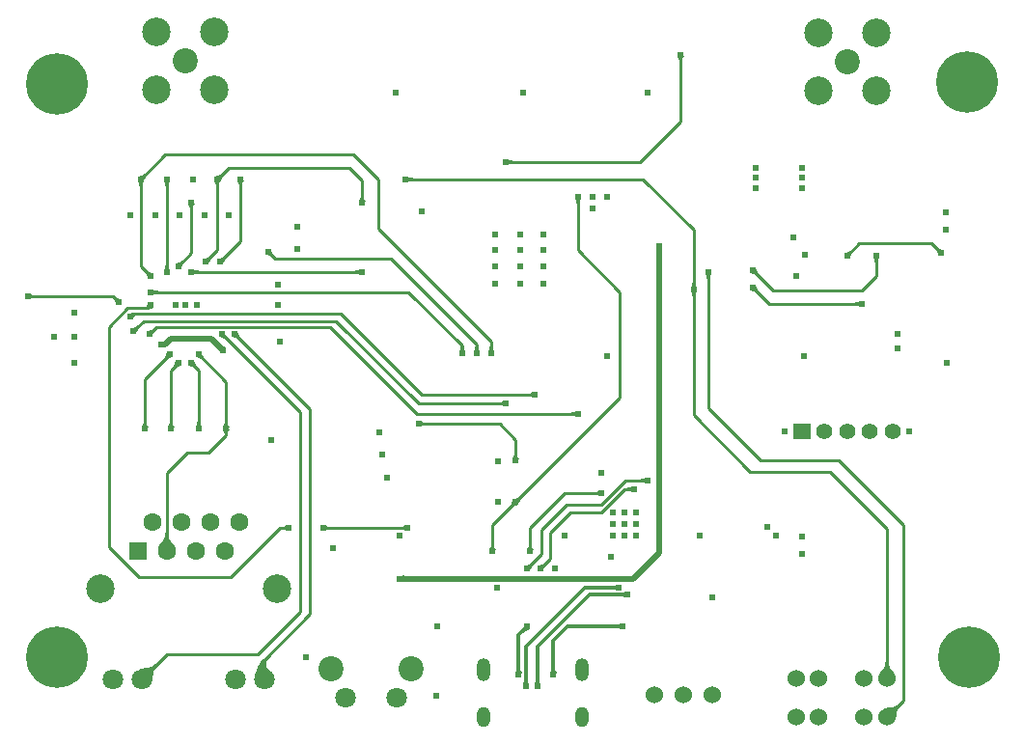
<source format=gbl>
G04 Layer: BottomLayer*
G04 EasyEDA v6.5.23, 2023-05-28 22:20:17*
G04 a98212a221284062af17828272900665,7a5a352eff0f4c5696d858f44224924f,10*
G04 Gerber Generator version 0.2*
G04 Scale: 100 percent, Rotated: No, Reflected: No *
G04 Dimensions in millimeters *
G04 leading zeros omitted , absolute positions ,4 integer and 5 decimal *
%FSLAX45Y45*%
%MOMM*%

%ADD10C,0.2540*%
%ADD11C,0.5500*%
%ADD12C,0.3000*%
%ADD13C,0.5000*%
%ADD14C,5.4000*%
%ADD15C,0.6000*%
%ADD16C,1.4000*%
%ADD17R,1.5240X1.4000*%
%ADD18O,1.1999976X1.7999964*%
%ADD19O,1.1999976X1.9999959999999999*%
%ADD20R,1.6000X1.6000*%
%ADD21C,1.6000*%
%ADD22C,1.8000*%
%ADD23C,2.5000*%
%ADD24C,2.2000*%
%ADD25C,1.5240*%
%ADD26C,0.6096*%
%ADD27C,0.0105*%

%LPD*%
G36*
X2478379Y2189937D02*
G01*
X2460904Y2174341D01*
X2445004Y2163775D01*
X2430018Y2157120D01*
X2415540Y2153259D01*
X2400909Y2151176D01*
X2385669Y2149754D01*
X2369261Y2147925D01*
X2351074Y2144623D01*
X2330602Y2138730D01*
X2328265Y2021890D01*
X2445105Y2024075D01*
X2450998Y2044547D01*
X2454351Y2062683D01*
X2456180Y2079142D01*
X2457602Y2094382D01*
X2459685Y2109012D01*
X2463546Y2123541D01*
X2470200Y2138527D01*
X2480818Y2154478D01*
X2496362Y2171954D01*
G37*
G36*
X3049930Y5090769D02*
G01*
X3050692Y5051196D01*
X3071317Y5044490D01*
X3075584Y5042662D01*
X3079902Y5040274D01*
X3084372Y5037175D01*
X3089300Y5033162D01*
X3094837Y5027930D01*
X3112770Y5045862D01*
X3107588Y5051399D01*
X3103524Y5056327D01*
X3100425Y5060797D01*
X3098038Y5065115D01*
X3096209Y5069382D01*
X3089503Y5090007D01*
G37*
G36*
X2449169Y5344769D02*
G01*
X2409596Y5344007D01*
X2405583Y5332679D01*
X2404008Y5329478D01*
X2402027Y5326735D01*
X2399588Y5324449D01*
X2396540Y5322773D01*
X2392680Y5321655D01*
X2387955Y5321300D01*
X2387955Y5295900D01*
X2405176Y5296103D01*
X2411882Y5296458D01*
X2417876Y5297068D01*
X2423414Y5297881D01*
X2428900Y5299100D01*
X2441041Y5302707D01*
X2448407Y5305196D01*
G37*
G36*
X3631590Y3405632D02*
G01*
X3612286Y3395776D01*
X3607968Y3394100D01*
X3603244Y3392728D01*
X3597859Y3391712D01*
X3591560Y3391103D01*
X3583940Y3390900D01*
X3583940Y3365500D01*
X3591560Y3365296D01*
X3597859Y3364687D01*
X3603244Y3363671D01*
X3607968Y3362299D01*
X3612286Y3360623D01*
X3631590Y3350768D01*
X3660140Y3378200D01*
G37*
G36*
X4672990Y3405632D02*
G01*
X4653686Y3395776D01*
X4649368Y3394100D01*
X4644644Y3392728D01*
X4639259Y3391712D01*
X4632960Y3391103D01*
X4625340Y3390900D01*
X4625340Y3365500D01*
X4632960Y3365296D01*
X4639259Y3364687D01*
X4644644Y3363671D01*
X4649368Y3362299D01*
X4653686Y3360623D01*
X4672990Y3350768D01*
X4701540Y3378200D01*
G37*
G36*
X3963009Y3405632D02*
G01*
X3934460Y3378200D01*
X3963009Y3350768D01*
X3982313Y3360623D01*
X3986631Y3362299D01*
X3991356Y3363671D01*
X3996740Y3364687D01*
X4003040Y3365296D01*
X4010660Y3365500D01*
X4010660Y3390900D01*
X4003040Y3391103D01*
X3996740Y3391712D01*
X3991356Y3392728D01*
X3986631Y3394100D01*
X3982313Y3395776D01*
G37*
G36*
X3428542Y2239975D02*
G01*
X3411372Y2221585D01*
X3398570Y2205278D01*
X3389122Y2190394D01*
X3382111Y2176221D01*
X3376574Y2162098D01*
X3366109Y2131364D01*
X3359251Y2113432D01*
X3350056Y2092858D01*
X3431133Y2008682D01*
X3512058Y2093010D01*
X3500780Y2110892D01*
X3486658Y2126589D01*
X3471265Y2140661D01*
X3456381Y2153615D01*
X3443579Y2166112D01*
X3434537Y2178608D01*
X3430930Y2191715D01*
X3434334Y2206040D01*
X3446475Y2222042D01*
G37*
G36*
X3164230Y5090769D02*
G01*
X3164992Y5051196D01*
X3185617Y5044490D01*
X3189884Y5042662D01*
X3194202Y5040274D01*
X3198672Y5037175D01*
X3203600Y5033162D01*
X3209137Y5027930D01*
X3227070Y5045862D01*
X3221888Y5051399D01*
X3217824Y5056327D01*
X3214725Y5060797D01*
X3212338Y5065115D01*
X3210509Y5069382D01*
X3203803Y5090007D01*
G37*
G36*
X5422900Y3235960D02*
G01*
X5422696Y3228390D01*
X5422087Y3222040D01*
X5421071Y3216656D01*
X5419699Y3211931D01*
X5418023Y3207613D01*
X5408168Y3188309D01*
X5435600Y3159760D01*
X5463032Y3188309D01*
X5453176Y3207613D01*
X5451500Y3211931D01*
X5450128Y3216656D01*
X5449112Y3222040D01*
X5448503Y3228390D01*
X5448300Y3235960D01*
G37*
G36*
X5649569Y3617569D02*
G01*
X5609996Y3616807D01*
X5603290Y3596182D01*
X5601462Y3591915D01*
X5599074Y3587597D01*
X5595975Y3583127D01*
X5591911Y3578199D01*
X5586730Y3572662D01*
X5604662Y3554729D01*
X5610199Y3559962D01*
X5615127Y3563975D01*
X5619597Y3567074D01*
X5623915Y3569462D01*
X5628182Y3571290D01*
X5648807Y3577996D01*
G37*
G36*
X5672937Y3658870D02*
G01*
X5667400Y3653637D01*
X5662472Y3649624D01*
X5658002Y3646525D01*
X5653684Y3644137D01*
X5649417Y3642309D01*
X5628792Y3635603D01*
X5628030Y3596030D01*
X5667603Y3596792D01*
X5674309Y3617417D01*
X5676138Y3621684D01*
X5678525Y3626002D01*
X5681624Y3630472D01*
X5685688Y3635400D01*
X5690870Y3640937D01*
G37*
G36*
X6184900Y6301740D02*
G01*
X6157468Y6273190D01*
X6167323Y6253886D01*
X6168999Y6249568D01*
X6170371Y6244844D01*
X6171387Y6239459D01*
X6171996Y6233109D01*
X6172200Y6225540D01*
X6197600Y6225540D01*
X6197803Y6233109D01*
X6198412Y6239459D01*
X6199428Y6244844D01*
X6200800Y6249568D01*
X6202476Y6253886D01*
X6212332Y6273190D01*
G37*
G36*
X2565400Y5687060D02*
G01*
X2565196Y5679490D01*
X2564587Y5673140D01*
X2563571Y5667756D01*
X2562199Y5663031D01*
X2560523Y5658713D01*
X2550668Y5639409D01*
X2578100Y5610860D01*
X2605532Y5639409D01*
X2595676Y5658713D01*
X2594000Y5663031D01*
X2592628Y5667756D01*
X2591612Y5673140D01*
X2591003Y5679490D01*
X2590800Y5687060D01*
G37*
G36*
X2578100Y6454140D02*
G01*
X2550668Y6425590D01*
X2560523Y6406286D01*
X2562199Y6401968D01*
X2563571Y6397244D01*
X2564587Y6391859D01*
X2565196Y6385509D01*
X2565400Y6377940D01*
X2590800Y6377940D01*
X2591003Y6385509D01*
X2591612Y6391859D01*
X2592628Y6397244D01*
X2594000Y6401968D01*
X2595676Y6406286D01*
X2605532Y6425590D01*
G37*
G36*
X2311044Y5270500D02*
G01*
X2293823Y5270296D01*
X2287117Y5269941D01*
X2281123Y5269331D01*
X2275586Y5268518D01*
X2270099Y5267299D01*
X2257958Y5263692D01*
X2250592Y5261203D01*
X2249830Y5221630D01*
X2289403Y5222392D01*
X2293416Y5233720D01*
X2294991Y5236921D01*
X2296972Y5239664D01*
X2299411Y5241950D01*
X2302459Y5243626D01*
X2306320Y5244744D01*
X2311044Y5245100D01*
G37*
G36*
X5790590Y4574032D02*
G01*
X5771286Y4564176D01*
X5766968Y4562500D01*
X5762244Y4561128D01*
X5756859Y4560112D01*
X5750560Y4559503D01*
X5742940Y4559300D01*
X5742940Y4533900D01*
X5750560Y4533696D01*
X5756859Y4533087D01*
X5762244Y4532071D01*
X5766968Y4530699D01*
X5771286Y4529023D01*
X5790590Y4519168D01*
X5819140Y4546600D01*
G37*
G36*
X2320137Y5157470D02*
G01*
X2314600Y5152237D01*
X2309672Y5148224D01*
X2305202Y5145125D01*
X2300884Y5142738D01*
X2296617Y5140909D01*
X2275992Y5134203D01*
X2275230Y5094630D01*
X2314803Y5095392D01*
X2321509Y5116017D01*
X2323338Y5120284D01*
X2325725Y5124602D01*
X2328824Y5129072D01*
X2332888Y5134000D01*
X2338070Y5139537D01*
G37*
G36*
X5536590Y4497832D02*
G01*
X5517286Y4487976D01*
X5512968Y4486300D01*
X5508244Y4484928D01*
X5502859Y4483912D01*
X5496560Y4483303D01*
X5488940Y4483100D01*
X5488940Y4457700D01*
X5496560Y4457496D01*
X5502859Y4456887D01*
X5508244Y4455871D01*
X5512968Y4454499D01*
X5517286Y4452823D01*
X5536590Y4442968D01*
X5565140Y4470400D01*
G37*
G36*
X2451709Y5475732D02*
G01*
X2423160Y5448300D01*
X2451709Y5420868D01*
X2471013Y5430723D01*
X2475331Y5432399D01*
X2480056Y5433771D01*
X2485440Y5434787D01*
X2491740Y5435396D01*
X2499360Y5435600D01*
X2499360Y5461000D01*
X2491740Y5461203D01*
X2485440Y5461812D01*
X2480056Y5462828D01*
X2475331Y5464200D01*
X2471013Y5465876D01*
G37*
G36*
X5156200Y4975860D02*
G01*
X5155996Y4968290D01*
X5155387Y4961940D01*
X5154371Y4956556D01*
X5152999Y4951831D01*
X5151323Y4947513D01*
X5141468Y4928209D01*
X5168900Y4899660D01*
X5196332Y4928209D01*
X5186476Y4947513D01*
X5184800Y4951831D01*
X5183428Y4956556D01*
X5182412Y4961940D01*
X5181803Y4968290D01*
X5181600Y4975860D01*
G37*
G36*
X5283200Y4975860D02*
G01*
X5282996Y4968290D01*
X5282387Y4961940D01*
X5281371Y4956556D01*
X5279999Y4951831D01*
X5278323Y4947513D01*
X5268468Y4928209D01*
X5295900Y4899660D01*
X5323332Y4928209D01*
X5313476Y4947513D01*
X5311800Y4951831D01*
X5310428Y4956556D01*
X5309412Y4961940D01*
X5308803Y4968290D01*
X5308600Y4975860D01*
G37*
G36*
X3456330Y5814669D02*
G01*
X3457092Y5775096D01*
X3477717Y5768390D01*
X3481984Y5766562D01*
X3486302Y5764174D01*
X3490772Y5761075D01*
X3495700Y5757062D01*
X3501237Y5751830D01*
X3519170Y5769762D01*
X3513988Y5775299D01*
X3509924Y5780227D01*
X3506825Y5784697D01*
X3504437Y5789015D01*
X3502609Y5793282D01*
X3495903Y5813907D01*
G37*
G36*
X2404262Y5640070D02*
G01*
X2386330Y5622137D01*
X2391511Y5616600D01*
X2395575Y5611672D01*
X2398674Y5607202D01*
X2401062Y5602884D01*
X2402890Y5598617D01*
X2409596Y5577992D01*
X2449169Y5577230D01*
X2448407Y5616803D01*
X2427782Y5623509D01*
X2423515Y5625338D01*
X2419197Y5627725D01*
X2414727Y5630824D01*
X2409799Y5634837D01*
G37*
G36*
X2383637Y6490970D02*
G01*
X2378100Y6485737D01*
X2373172Y6481724D01*
X2368702Y6478625D01*
X2364384Y6476238D01*
X2360117Y6474409D01*
X2339492Y6467703D01*
X2338730Y6428130D01*
X2378303Y6428892D01*
X2385009Y6449517D01*
X2386838Y6453784D01*
X2389225Y6458102D01*
X2392324Y6462572D01*
X2396388Y6467500D01*
X2401570Y6473037D01*
G37*
G36*
X2349500Y6454140D02*
G01*
X2322068Y6425590D01*
X2331923Y6406286D01*
X2333599Y6401968D01*
X2334971Y6397244D01*
X2335987Y6391859D01*
X2336596Y6385509D01*
X2336800Y6377940D01*
X2362200Y6377940D01*
X2362403Y6385509D01*
X2363012Y6391859D01*
X2364028Y6397244D01*
X2365400Y6401968D01*
X2367076Y6406286D01*
X2376932Y6425590D01*
G37*
G36*
X5410200Y4975860D02*
G01*
X5409996Y4968290D01*
X5409387Y4961940D01*
X5408371Y4956556D01*
X5406999Y4951831D01*
X5405323Y4947513D01*
X5395468Y4928209D01*
X5422900Y4899660D01*
X5450332Y4928209D01*
X5440476Y4947513D01*
X5438800Y4951831D01*
X5437428Y4956556D01*
X5436412Y4961940D01*
X5435803Y4968290D01*
X5435600Y4975860D01*
G37*
G36*
X4647895Y2961284D02*
G01*
X4636109Y2961132D01*
X4607560Y2933700D01*
X4636109Y2906268D01*
X4647895Y2906115D01*
X4683760Y2906217D01*
X4683760Y2961182D01*
G37*
G36*
X6896100Y3355340D02*
G01*
X6868668Y3326790D01*
X6868515Y3315004D01*
X6868617Y3279140D01*
X6923582Y3279140D01*
X6923684Y3315004D01*
X6923531Y3326790D01*
G37*
G36*
X6868617Y3401060D02*
G01*
X6868515Y3365195D01*
X6868668Y3353409D01*
X6896100Y3324860D01*
X6923531Y3353409D01*
X6923684Y3365195D01*
X6923582Y3401060D01*
G37*
G36*
X6896100Y5869940D02*
G01*
X6868668Y5841390D01*
X6868515Y5829604D01*
X6868617Y5793740D01*
X6923582Y5793740D01*
X6923684Y5829604D01*
X6923531Y5841390D01*
G37*
G36*
X6781190Y3824732D02*
G01*
X6761886Y3814876D01*
X6757568Y3813200D01*
X6752844Y3811828D01*
X6747459Y3810812D01*
X6741159Y3810203D01*
X6733540Y3810000D01*
X6733540Y3784600D01*
X6741159Y3784396D01*
X6747459Y3783787D01*
X6752844Y3782771D01*
X6757568Y3781399D01*
X6761886Y3779723D01*
X6781190Y3769868D01*
X6809740Y3797300D01*
G37*
G36*
X5774537Y3074670D02*
G01*
X5769000Y3069437D01*
X5764072Y3065424D01*
X5759602Y3062325D01*
X5755284Y3059938D01*
X5751017Y3058109D01*
X5730392Y3051403D01*
X5729630Y3011830D01*
X5769203Y3012592D01*
X5775909Y3033217D01*
X5777738Y3037484D01*
X5780125Y3041802D01*
X5783224Y3046272D01*
X5787288Y3051200D01*
X5792470Y3056737D01*
G37*
G36*
X6374790Y3710432D02*
G01*
X6355486Y3700576D01*
X6351168Y3698900D01*
X6346444Y3697528D01*
X6341059Y3696512D01*
X6334760Y3695903D01*
X6327140Y3695700D01*
X6327140Y3670300D01*
X6334760Y3670096D01*
X6341059Y3669487D01*
X6346444Y3668471D01*
X6351168Y3667099D01*
X6355486Y3665423D01*
X6374790Y3655568D01*
X6403340Y3683000D01*
G37*
G36*
X5753100Y3235960D02*
G01*
X5752896Y3228390D01*
X5752287Y3222040D01*
X5751271Y3216656D01*
X5749899Y3211931D01*
X5748223Y3207613D01*
X5738368Y3188309D01*
X5765800Y3159760D01*
X5793232Y3188309D01*
X5783376Y3207613D01*
X5781700Y3211931D01*
X5780328Y3216656D01*
X5779312Y3222040D01*
X5778703Y3228390D01*
X5778500Y3235960D01*
G37*
G36*
X2807309Y5653532D02*
G01*
X2778760Y5626100D01*
X2807309Y5598668D01*
X2826613Y5608523D01*
X2830931Y5610199D01*
X2835656Y5611571D01*
X2841040Y5612587D01*
X2847340Y5613196D01*
X2854960Y5613400D01*
X2854960Y5638800D01*
X2847340Y5639003D01*
X2841040Y5639612D01*
X2835656Y5640628D01*
X2830931Y5642000D01*
X2826613Y5643676D01*
G37*
G36*
X4279290Y5653532D02*
G01*
X4259986Y5643676D01*
X4255668Y5642000D01*
X4250944Y5640628D01*
X4245559Y5639612D01*
X4239260Y5639003D01*
X4231640Y5638800D01*
X4231640Y5613400D01*
X4239260Y5613196D01*
X4245559Y5612587D01*
X4250944Y5611571D01*
X4255668Y5610199D01*
X4259986Y5608523D01*
X4279290Y5598668D01*
X4307840Y5626100D01*
G37*
G36*
X8883650Y2214727D02*
G01*
X8882583Y2195017D01*
X8879484Y2179116D01*
X8874760Y2166162D01*
X8868664Y2155088D01*
X8861450Y2145030D01*
X8844991Y2124049D01*
X8836304Y2111197D01*
X8827719Y2095550D01*
X8896299Y2024227D01*
X8964879Y2095449D01*
X8956344Y2111146D01*
X8947658Y2123948D01*
X8931249Y2144979D01*
X8924036Y2155037D01*
X8917940Y2166112D01*
X8913215Y2179116D01*
X8910116Y2194966D01*
X8909050Y2214727D01*
G37*
G36*
X4686909Y6466332D02*
G01*
X4658360Y6438900D01*
X4686909Y6411468D01*
X4706213Y6421323D01*
X4710531Y6422999D01*
X4715256Y6424371D01*
X4720640Y6425387D01*
X4726940Y6425996D01*
X4734560Y6426200D01*
X4734560Y6451600D01*
X4726940Y6451803D01*
X4720640Y6452412D01*
X4715256Y6453428D01*
X4710531Y6454800D01*
X4706213Y6456476D01*
G37*
G36*
X7188200Y5534660D02*
G01*
X7187996Y5527090D01*
X7187387Y5520740D01*
X7186371Y5515356D01*
X7184999Y5510631D01*
X7183323Y5506313D01*
X7173468Y5487009D01*
X7200900Y5458460D01*
X7228331Y5487009D01*
X7218476Y5506313D01*
X7216800Y5510631D01*
X7215428Y5515356D01*
X7214412Y5520740D01*
X7213803Y5527090D01*
X7213600Y5534660D01*
G37*
G36*
X7200900Y5488940D02*
G01*
X7173468Y5460390D01*
X7183323Y5441086D01*
X7184999Y5436768D01*
X7186371Y5432044D01*
X7187387Y5426659D01*
X7187996Y5420309D01*
X7188200Y5412740D01*
X7213600Y5412740D01*
X7213803Y5420309D01*
X7214412Y5426659D01*
X7215428Y5432044D01*
X7216800Y5436768D01*
X7218476Y5441086D01*
X7228331Y5460390D01*
G37*
G36*
X7086600Y7546340D02*
G01*
X7059168Y7517790D01*
X7069023Y7498486D01*
X7070699Y7494168D01*
X7072071Y7489444D01*
X7073087Y7484059D01*
X7073696Y7477709D01*
X7073900Y7470140D01*
X7099300Y7470140D01*
X7099503Y7477709D01*
X7100112Y7484059D01*
X7101128Y7489444D01*
X7102500Y7494168D01*
X7104176Y7498486D01*
X7114031Y7517790D01*
G37*
G36*
X5563209Y6618731D02*
G01*
X5534660Y6591300D01*
X5563209Y6563868D01*
X5582513Y6573723D01*
X5586831Y6575399D01*
X5591556Y6576771D01*
X5596940Y6577787D01*
X5603240Y6578396D01*
X5610860Y6578600D01*
X5610860Y6604000D01*
X5603240Y6604203D01*
X5596940Y6604812D01*
X5591556Y6605828D01*
X5586831Y6607200D01*
X5582513Y6608876D01*
G37*
G36*
X2459837Y5132070D02*
G01*
X2454300Y5126837D01*
X2449372Y5122824D01*
X2444902Y5119725D01*
X2440584Y5117338D01*
X2436317Y5115509D01*
X2415692Y5108803D01*
X2414930Y5069230D01*
X2454503Y5069992D01*
X2461209Y5090617D01*
X2463038Y5094884D01*
X2465425Y5099202D01*
X2468524Y5103672D01*
X2472588Y5108600D01*
X2477770Y5114137D01*
G37*
G36*
X6171590Y4408932D02*
G01*
X6152286Y4399076D01*
X6147968Y4397400D01*
X6143244Y4396028D01*
X6137859Y4395012D01*
X6131560Y4394403D01*
X6123940Y4394200D01*
X6123940Y4368800D01*
X6131560Y4368596D01*
X6137859Y4367987D01*
X6143244Y4366971D01*
X6147968Y4365599D01*
X6152286Y4363923D01*
X6171590Y4354068D01*
X6200140Y4381500D01*
G37*
G36*
X4801209Y4320032D02*
G01*
X4772660Y4292600D01*
X4801209Y4265168D01*
X4820513Y4275023D01*
X4824831Y4276699D01*
X4829556Y4278071D01*
X4834940Y4279087D01*
X4841240Y4279696D01*
X4848860Y4279900D01*
X4848860Y4305300D01*
X4841240Y4305503D01*
X4834940Y4306112D01*
X4829556Y4307128D01*
X4824831Y4308500D01*
X4820513Y4310176D01*
G37*
G36*
X5626100Y4036060D02*
G01*
X5625896Y4028490D01*
X5625287Y4022140D01*
X5624271Y4016756D01*
X5622899Y4012031D01*
X5621223Y4007713D01*
X5611368Y3988409D01*
X5638800Y3959860D01*
X5666232Y3988409D01*
X5656376Y4007713D01*
X5654700Y4012031D01*
X5653328Y4016756D01*
X5652312Y4022140D01*
X5651703Y4028490D01*
X5651500Y4036060D01*
G37*
G36*
X2955137Y5767070D02*
G01*
X2949600Y5761837D01*
X2944672Y5757824D01*
X2940202Y5754725D01*
X2935884Y5752338D01*
X2931617Y5750509D01*
X2910992Y5743803D01*
X2910230Y5704230D01*
X2949803Y5704992D01*
X2956509Y5725617D01*
X2958338Y5729884D01*
X2960725Y5734202D01*
X2963824Y5738672D01*
X2967888Y5743600D01*
X2973070Y5749137D01*
G37*
G36*
X3056737Y6490970D02*
G01*
X3051200Y6485737D01*
X3046272Y6481724D01*
X3041802Y6478625D01*
X3037484Y6476238D01*
X3033217Y6474409D01*
X3012592Y6467703D01*
X3011830Y6428130D01*
X3051403Y6428892D01*
X3058109Y6449517D01*
X3059938Y6453784D01*
X3062325Y6458102D01*
X3065424Y6462572D01*
X3069488Y6467500D01*
X3074670Y6473037D01*
G37*
G36*
X3022600Y6454140D02*
G01*
X2995168Y6425590D01*
X3005023Y6406286D01*
X3006699Y6401968D01*
X3008071Y6397244D01*
X3009087Y6391859D01*
X3009696Y6385509D01*
X3009900Y6377940D01*
X3035300Y6377940D01*
X3035503Y6385509D01*
X3036112Y6391859D01*
X3037128Y6397244D01*
X3038500Y6401968D01*
X3040176Y6406286D01*
X3050032Y6425590D01*
G37*
G36*
X4279900Y6296660D02*
G01*
X4279696Y6289090D01*
X4279087Y6282740D01*
X4278071Y6277356D01*
X4276699Y6272631D01*
X4275023Y6268313D01*
X4265168Y6249009D01*
X4292600Y6220460D01*
X4320032Y6249009D01*
X4310176Y6268313D01*
X4308500Y6272631D01*
X4307128Y6277356D01*
X4306112Y6282740D01*
X4305503Y6289090D01*
X4305300Y6296660D01*
G37*
G36*
X6603390Y2821432D02*
G01*
X6593078Y2816402D01*
X6584340Y2812694D01*
X6579920Y2811322D01*
X6575094Y2810306D01*
X6569659Y2809595D01*
X6563258Y2809138D01*
X6555740Y2808986D01*
X6555740Y2779014D01*
X6563258Y2778861D01*
X6569659Y2778404D01*
X6575094Y2777693D01*
X6579920Y2776677D01*
X6584340Y2775305D01*
X6593078Y2771597D01*
X6603390Y2766568D01*
X6631940Y2794000D01*
G37*
G36*
X5814314Y2054860D02*
G01*
X5814161Y2047341D01*
X5813704Y2040940D01*
X5812993Y2035505D01*
X5811977Y2030730D01*
X5810605Y2026310D01*
X5808929Y2021992D01*
X5801868Y2007209D01*
X5829300Y1978660D01*
X5856732Y2007209D01*
X5849670Y2021992D01*
X5847994Y2026310D01*
X5846622Y2030730D01*
X5845606Y2035505D01*
X5844895Y2040940D01*
X5844438Y2047341D01*
X5844286Y2054860D01*
G37*
G36*
X6666890Y3748532D02*
G01*
X6647586Y3738676D01*
X6643268Y3737000D01*
X6638544Y3735628D01*
X6633159Y3734612D01*
X6626859Y3734003D01*
X6619240Y3733800D01*
X6619240Y3708400D01*
X6626859Y3708196D01*
X6633159Y3707587D01*
X6638544Y3706571D01*
X6643268Y3705199D01*
X6647586Y3703523D01*
X6666890Y3693668D01*
X6695440Y3721100D01*
G37*
G36*
X5888837Y3074670D02*
G01*
X5883300Y3069437D01*
X5878372Y3065424D01*
X5873902Y3062325D01*
X5869584Y3059938D01*
X5865317Y3058109D01*
X5844692Y3051403D01*
X5843930Y3011830D01*
X5883503Y3012592D01*
X5890209Y3033217D01*
X5892038Y3037484D01*
X5894425Y3041802D01*
X5897524Y3046272D01*
X5901588Y3051200D01*
X5906770Y3056737D01*
G37*
G36*
X5712714Y2054860D02*
G01*
X5712561Y2047341D01*
X5712104Y2040940D01*
X5711393Y2035505D01*
X5710377Y2030730D01*
X5709005Y2026310D01*
X5707329Y2021992D01*
X5700268Y2007209D01*
X5727700Y1978660D01*
X5755132Y2007209D01*
X5748070Y2021992D01*
X5746394Y2026310D01*
X5745022Y2030730D01*
X5744006Y2035505D01*
X5743295Y2040940D01*
X5742838Y2047341D01*
X5742686Y2054860D01*
G37*
G36*
X6527190Y2884932D02*
G01*
X6516878Y2879902D01*
X6508140Y2876194D01*
X6503720Y2874822D01*
X6498894Y2873806D01*
X6493459Y2873095D01*
X6487058Y2872638D01*
X6479540Y2872486D01*
X6479540Y2842514D01*
X6487058Y2842361D01*
X6493459Y2841904D01*
X6498894Y2841193D01*
X6503720Y2840177D01*
X6508140Y2838805D01*
X6516878Y2835097D01*
X6527190Y2830068D01*
X6555740Y2857500D01*
G37*
G36*
X5954014Y2156460D02*
G01*
X5953861Y2148941D01*
X5953404Y2142540D01*
X5952693Y2137105D01*
X5951677Y2132330D01*
X5950305Y2127910D01*
X5948629Y2123592D01*
X5941568Y2108809D01*
X5969000Y2080260D01*
X5996432Y2108809D01*
X5989370Y2123592D01*
X5987694Y2127910D01*
X5986322Y2132330D01*
X5985306Y2137105D01*
X5984595Y2142540D01*
X5984138Y2148941D01*
X5983986Y2156460D01*
G37*
G36*
X6565290Y2542032D02*
G01*
X6554978Y2537002D01*
X6546240Y2533294D01*
X6541820Y2531922D01*
X6536994Y2530906D01*
X6531559Y2530195D01*
X6525158Y2529738D01*
X6517640Y2529586D01*
X6517640Y2499614D01*
X6525158Y2499461D01*
X6531559Y2499004D01*
X6536994Y2498293D01*
X6541820Y2497277D01*
X6546240Y2495905D01*
X6554978Y2492197D01*
X6565290Y2487168D01*
X6593840Y2514600D01*
G37*
G36*
X8578088Y5819800D02*
G01*
X8572906Y5814263D01*
X8568232Y5809945D01*
X8563914Y5806592D01*
X8559749Y5803950D01*
X8555634Y5801868D01*
X8535416Y5793943D01*
X8536990Y5754420D01*
X8576411Y5757519D01*
X8581898Y5778500D01*
X8583523Y5782868D01*
X8585606Y5787288D01*
X8588451Y5791962D01*
X8592210Y5797092D01*
X8597087Y5802934D01*
G37*
G36*
X9338462Y5843270D02*
G01*
X9320530Y5825337D01*
X9325711Y5819800D01*
X9329775Y5814872D01*
X9332874Y5810402D01*
X9335262Y5806084D01*
X9337090Y5801817D01*
X9343796Y5781192D01*
X9383369Y5780430D01*
X9382607Y5820003D01*
X9361982Y5826709D01*
X9357715Y5828538D01*
X9353397Y5830925D01*
X9348927Y5834024D01*
X9343999Y5838037D01*
G37*
G36*
X5751169Y2525369D02*
G01*
X5711596Y2524607D01*
X5707837Y2513685D01*
X5704281Y2504948D01*
X5702096Y2500833D01*
X5699455Y2496718D01*
X5696102Y2492349D01*
X5691936Y2487523D01*
X5686704Y2482088D01*
X5707888Y2460904D01*
X5713323Y2466136D01*
X5718149Y2470302D01*
X5722518Y2473655D01*
X5726633Y2476296D01*
X5730697Y2478481D01*
X5739485Y2482037D01*
X5750407Y2485796D01*
G37*
G36*
X5649214Y2156460D02*
G01*
X5649061Y2148941D01*
X5648604Y2142540D01*
X5647893Y2137105D01*
X5646877Y2132330D01*
X5645505Y2127910D01*
X5643829Y2123592D01*
X5636768Y2108809D01*
X5664200Y2080260D01*
X5691632Y2108809D01*
X5684570Y2123592D01*
X5682894Y2127910D01*
X5681522Y2132330D01*
X5680506Y2137105D01*
X5679795Y2142540D01*
X5679338Y2148941D01*
X5679186Y2156460D01*
G37*
G36*
X2124862Y5411470D02*
G01*
X2106930Y5393537D01*
X2112111Y5388000D01*
X2116175Y5383072D01*
X2119274Y5378602D01*
X2121662Y5374284D01*
X2123490Y5370017D01*
X2130196Y5349392D01*
X2169769Y5348630D01*
X2169007Y5388203D01*
X2148382Y5394909D01*
X2144115Y5396738D01*
X2139797Y5399125D01*
X2135327Y5402224D01*
X2130399Y5406237D01*
G37*
G36*
X1372209Y5437632D02*
G01*
X1343660Y5410200D01*
X1372209Y5382768D01*
X1391513Y5392623D01*
X1395831Y5394299D01*
X1400556Y5395671D01*
X1405940Y5396687D01*
X1412290Y5397296D01*
X1419860Y5397500D01*
X1419860Y5422900D01*
X1412290Y5423103D01*
X1405940Y5423712D01*
X1400556Y5424728D01*
X1395831Y5426100D01*
X1391513Y5427776D01*
G37*
G36*
X3082137Y5767070D02*
G01*
X3076600Y5761837D01*
X3071672Y5757824D01*
X3067202Y5754725D01*
X3062884Y5752338D01*
X3058617Y5750509D01*
X3037992Y5743803D01*
X3037230Y5704230D01*
X3076803Y5704992D01*
X3083509Y5725617D01*
X3085338Y5729884D01*
X3087725Y5734202D01*
X3090824Y5738672D01*
X3094888Y5743600D01*
X3100070Y5749137D01*
G37*
G36*
X3225800Y6454140D02*
G01*
X3198368Y6425590D01*
X3208223Y6406286D01*
X3209899Y6401968D01*
X3211271Y6397244D01*
X3212287Y6391859D01*
X3212896Y6385509D01*
X3213100Y6377940D01*
X3238500Y6377940D01*
X3238703Y6385509D01*
X3239312Y6391859D01*
X3240328Y6397244D01*
X3241700Y6401968D01*
X3243376Y6406286D01*
X3253232Y6425590D01*
G37*
G36*
X2713837Y5728970D02*
G01*
X2708300Y5723737D01*
X2703372Y5719724D01*
X2698902Y5716625D01*
X2694584Y5714238D01*
X2690317Y5712409D01*
X2669692Y5705703D01*
X2668930Y5666130D01*
X2708503Y5666892D01*
X2715209Y5687517D01*
X2717038Y5691784D01*
X2719425Y5696102D01*
X2722524Y5700572D01*
X2726588Y5705500D01*
X2731770Y5711037D01*
G37*
G36*
X2794000Y6250940D02*
G01*
X2766568Y6222390D01*
X2776423Y6203086D01*
X2778099Y6198768D01*
X2779471Y6194044D01*
X2780487Y6188659D01*
X2781096Y6182309D01*
X2781300Y6174740D01*
X2806700Y6174740D01*
X2806903Y6182309D01*
X2807512Y6188659D01*
X2808528Y6194044D01*
X2809900Y6198768D01*
X2811576Y6203086D01*
X2821432Y6222390D01*
G37*
G36*
X2374900Y4315460D02*
G01*
X2374696Y4307890D01*
X2374087Y4301540D01*
X2373071Y4296156D01*
X2371699Y4291431D01*
X2370023Y4287113D01*
X2360168Y4267809D01*
X2387600Y4239260D01*
X2415032Y4267809D01*
X2405176Y4287113D01*
X2403500Y4291431D01*
X2402128Y4296156D01*
X2401112Y4301540D01*
X2400503Y4307890D01*
X2400300Y4315460D01*
G37*
G36*
X2614269Y4912969D02*
G01*
X2574696Y4912207D01*
X2567990Y4891582D01*
X2566162Y4887315D01*
X2563774Y4882997D01*
X2560675Y4878527D01*
X2556611Y4873599D01*
X2551430Y4868062D01*
X2569362Y4850130D01*
X2574899Y4855362D01*
X2579827Y4859375D01*
X2584297Y4862474D01*
X2588615Y4864862D01*
X2592882Y4866690D01*
X2613507Y4873396D01*
G37*
G36*
X2603500Y4315460D02*
G01*
X2603296Y4307890D01*
X2602687Y4301540D01*
X2601671Y4296156D01*
X2600299Y4291431D01*
X2598623Y4287113D01*
X2588768Y4267809D01*
X2616200Y4239260D01*
X2643632Y4267809D01*
X2633776Y4287113D01*
X2632100Y4291431D01*
X2630728Y4296156D01*
X2629712Y4301540D01*
X2629103Y4307890D01*
X2628900Y4315460D01*
G37*
G36*
X2690469Y4836769D02*
G01*
X2650896Y4836007D01*
X2644190Y4815382D01*
X2642362Y4811115D01*
X2639974Y4806797D01*
X2636875Y4802327D01*
X2632811Y4797399D01*
X2627630Y4791862D01*
X2645562Y4773930D01*
X2651099Y4779162D01*
X2656027Y4783175D01*
X2660497Y4786274D01*
X2664815Y4788662D01*
X2669082Y4790490D01*
X2689707Y4797196D01*
G37*
G36*
X2844800Y4315460D02*
G01*
X2844596Y4307890D01*
X2843987Y4301540D01*
X2842971Y4296156D01*
X2841599Y4291431D01*
X2839923Y4287113D01*
X2830068Y4267809D01*
X2857500Y4239260D01*
X2884932Y4267809D01*
X2875076Y4287113D01*
X2873400Y4291431D01*
X2872028Y4296156D01*
X2871012Y4301540D01*
X2870403Y4307890D01*
X2870200Y4315460D01*
G37*
G36*
X2783230Y4836769D02*
G01*
X2783992Y4797196D01*
X2804617Y4790490D01*
X2808884Y4788662D01*
X2813202Y4786274D01*
X2817672Y4783175D01*
X2822600Y4779162D01*
X2828137Y4773930D01*
X2846070Y4791862D01*
X2840888Y4797399D01*
X2836824Y4802327D01*
X2833725Y4806797D01*
X2831338Y4811115D01*
X2829509Y4815382D01*
X2822803Y4836007D01*
G37*
G36*
X2564892Y3338677D02*
G01*
X2563723Y3317951D01*
X2560472Y3301288D01*
X2555443Y3287674D01*
X2548940Y3276092D01*
X2541270Y3265525D01*
X2523794Y3243529D01*
X2514650Y3230016D01*
X2505608Y3213557D01*
X2577592Y3138678D01*
X2649575Y3213557D01*
X2640533Y3230016D01*
X2631389Y3243529D01*
X2613914Y3265525D01*
X2606243Y3276092D01*
X2599740Y3287674D01*
X2594711Y3301288D01*
X2591460Y3317951D01*
X2590292Y3338677D01*
G37*
G36*
X3086100Y4315460D02*
G01*
X3085896Y4307890D01*
X3085287Y4301540D01*
X3084271Y4296156D01*
X3082899Y4291431D01*
X3081223Y4287113D01*
X3071368Y4267809D01*
X3098800Y4239260D01*
X3126232Y4267809D01*
X3116376Y4287113D01*
X3114700Y4291431D01*
X3113328Y4296156D01*
X3112312Y4301540D01*
X3111703Y4307890D01*
X3111500Y4315460D01*
G37*
G36*
X3098800Y4269740D02*
G01*
X3071368Y4241190D01*
X3081223Y4221886D01*
X3082899Y4217568D01*
X3084271Y4212844D01*
X3085287Y4207459D01*
X3085896Y4201109D01*
X3086100Y4193540D01*
X3111500Y4193540D01*
X3111703Y4201109D01*
X3112312Y4207459D01*
X3113328Y4212844D01*
X3114700Y4217568D01*
X3116376Y4221886D01*
X3126232Y4241190D01*
G37*
G36*
X2846730Y4912969D02*
G01*
X2847492Y4873396D01*
X2868117Y4866690D01*
X2872384Y4864862D01*
X2876702Y4862474D01*
X2881172Y4859375D01*
X2886100Y4855362D01*
X2891637Y4850130D01*
X2909570Y4868062D01*
X2904388Y4873599D01*
X2900324Y4878527D01*
X2897225Y4882997D01*
X2894838Y4887315D01*
X2893009Y4891582D01*
X2886303Y4912207D01*
G37*
G36*
X7710830Y5497169D02*
G01*
X7711592Y5457596D01*
X7732217Y5450890D01*
X7736484Y5449062D01*
X7740802Y5446674D01*
X7745272Y5443575D01*
X7750200Y5439562D01*
X7755737Y5434330D01*
X7773670Y5452262D01*
X7768488Y5457799D01*
X7764424Y5462727D01*
X7761325Y5467197D01*
X7758938Y5471515D01*
X7757109Y5475782D01*
X7750403Y5496407D01*
G37*
G36*
X8660790Y5374132D02*
G01*
X8641486Y5364276D01*
X8637168Y5362600D01*
X8632444Y5361228D01*
X8627059Y5360212D01*
X8620760Y5359603D01*
X8613140Y5359400D01*
X8613140Y5334000D01*
X8620760Y5333796D01*
X8627059Y5333187D01*
X8632444Y5332171D01*
X8637168Y5330799D01*
X8641486Y5329123D01*
X8660790Y5319268D01*
X8689340Y5346700D01*
G37*
G36*
X7710830Y5649569D02*
G01*
X7711592Y5609996D01*
X7732217Y5603290D01*
X7736484Y5601462D01*
X7740802Y5599074D01*
X7745272Y5595975D01*
X7750200Y5591962D01*
X7755737Y5586730D01*
X7773670Y5604662D01*
X7768488Y5610199D01*
X7764424Y5615127D01*
X7761325Y5619597D01*
X7758938Y5623915D01*
X7757109Y5628182D01*
X7750403Y5648807D01*
G37*
G36*
X8801100Y5781040D02*
G01*
X8773668Y5752490D01*
X8783523Y5733186D01*
X8785199Y5728868D01*
X8786571Y5724144D01*
X8787587Y5718759D01*
X8788196Y5712409D01*
X8788400Y5704840D01*
X8813800Y5704840D01*
X8814003Y5712409D01*
X8814612Y5718759D01*
X8815628Y5724144D01*
X8817000Y5728868D01*
X8818676Y5733186D01*
X8828532Y5752490D01*
G37*
G36*
X7710830Y5649569D02*
G01*
X7711592Y5609996D01*
X7732217Y5603290D01*
X7736484Y5601462D01*
X7740802Y5599074D01*
X7745272Y5595975D01*
X7750200Y5591962D01*
X7755737Y5586730D01*
X7773670Y5604662D01*
X7768488Y5610199D01*
X7764424Y5615127D01*
X7761325Y5619597D01*
X7758938Y5623915D01*
X7757109Y5628182D01*
X7750403Y5648807D01*
G37*
G36*
X8995054Y1839061D02*
G01*
X8980373Y1825904D01*
X8966962Y1816811D01*
X8954465Y1810969D01*
X8942324Y1807514D01*
X8930081Y1805432D01*
X8903614Y1802231D01*
X8888374Y1799285D01*
X8871254Y1794256D01*
X8869375Y1695348D01*
X8968282Y1697329D01*
X8973312Y1714449D01*
X8976207Y1729638D01*
X8979458Y1756105D01*
X8981490Y1768348D01*
X8984945Y1780489D01*
X8990787Y1792986D01*
X8999880Y1806397D01*
X9013037Y1821078D01*
G37*
G36*
X7327900Y5641340D02*
G01*
X7300468Y5612790D01*
X7310323Y5593486D01*
X7311999Y5589168D01*
X7313371Y5584444D01*
X7314387Y5579059D01*
X7314996Y5572709D01*
X7315200Y5565140D01*
X7340600Y5565140D01*
X7340803Y5572709D01*
X7341412Y5579059D01*
X7342428Y5584444D01*
X7343800Y5589168D01*
X7345476Y5593486D01*
X7355331Y5612790D01*
G37*
G36*
X2563876Y5024932D02*
G01*
X2560980Y5022392D01*
X2558034Y5020411D01*
X2555138Y5018989D01*
X2552242Y5017973D01*
X2549499Y5017414D01*
X2546858Y5017262D01*
X2544470Y5017414D01*
X2542387Y5017871D01*
X2540609Y5018532D01*
X2512060Y4991100D01*
X2540609Y4963668D01*
X2545232Y4965446D01*
X2562860Y4969560D01*
X2569667Y4971491D01*
X2576779Y4974183D01*
X2584145Y4977892D01*
X2591663Y4982921D01*
X2599232Y4989576D01*
G37*
G36*
X3047949Y5001107D02*
G01*
X3012592Y4965750D01*
X3035401Y4943652D01*
X3038500Y4940198D01*
X3041091Y4936845D01*
X3043174Y4933594D01*
X3044596Y4930292D01*
X3084169Y4929530D01*
X3083407Y4969103D01*
X3080105Y4970526D01*
X3076854Y4972608D01*
X3073501Y4975199D01*
X3070047Y4978298D01*
G37*
D10*
X3060700Y5080000D02*
G01*
X3746500Y4394200D01*
X3746500Y2641600D01*
X3378200Y2273300D01*
X2579624Y2273300D01*
X2360168Y2053589D01*
X2438400Y5334000D02*
G01*
X2413000Y5308600D01*
X2235200Y5308600D01*
X2070100Y5143500D01*
X2070100Y3213100D01*
X2336800Y2946400D01*
X3136900Y2946400D01*
X3568700Y3378200D01*
X3644900Y3378200D01*
X3431031Y2053589D02*
G01*
X3431031Y2224531D01*
X3835400Y2628900D01*
X3835400Y4419600D01*
X3175000Y5080000D01*
X5638800Y3606800D02*
G01*
X5435600Y3403600D01*
X5435600Y3175000D01*
X2578100Y6438900D02*
G01*
X2578100Y5626100D01*
X2260600Y5232400D02*
G01*
X2286000Y5257800D01*
X4102100Y5257800D01*
X4813300Y4546600D01*
X5803900Y4546600D01*
X2286000Y5105400D02*
G01*
X2374900Y5194300D01*
X4064000Y5194300D01*
X4787900Y4470400D01*
X5549900Y4470400D01*
X2438400Y5448300D02*
G01*
X4699000Y5448300D01*
X5168900Y4978400D01*
X5168900Y4914900D01*
X3467100Y5803900D02*
G01*
X3530600Y5740400D01*
X4546600Y5740400D01*
X5295900Y4991100D01*
X5295900Y4914900D01*
X2349500Y6438900D02*
G01*
X2565400Y6654800D01*
X4216400Y6654800D01*
X4432300Y6438900D01*
X4432300Y6007100D01*
X5422900Y5016500D01*
X5422900Y4914900D01*
D11*
X6896100Y3340100D02*
G01*
X6896100Y3162300D01*
X6667500Y2933700D01*
X4622800Y2933700D01*
D10*
X6794500Y3797300D02*
G01*
X6604000Y3797300D01*
X6388100Y3581400D01*
X6083300Y3581400D01*
X5867400Y3365500D01*
X5867400Y3149600D01*
X5740400Y3022600D01*
X6388100Y3683000D02*
G01*
X6070600Y3683000D01*
X5765800Y3378200D01*
X5765800Y3175000D01*
X2794000Y5626100D02*
G01*
X4292600Y5626100D01*
X4673600Y6438900D02*
G01*
X6756400Y6438900D01*
X7200900Y5994400D01*
X7200900Y5473700D01*
X7086600Y7531100D02*
G01*
X7086600Y6946900D01*
X6731000Y6591300D01*
X5549900Y6591300D01*
X6184900Y6286500D02*
G01*
X6184900Y5816600D01*
X6553200Y5448300D01*
X6553200Y4521200D01*
X5638800Y3606800D01*
X2425700Y5080000D02*
G01*
X2489200Y5143500D01*
X4013200Y5143500D01*
X4775200Y4381500D01*
X6184900Y4381500D01*
X4787900Y4292600D02*
G01*
X5499100Y4292600D01*
X5638800Y4152900D01*
X5638800Y3975100D01*
X3022600Y6438900D02*
G01*
X3124200Y6540500D01*
X4178300Y6540500D01*
X4292600Y6426200D01*
X4292600Y6235700D01*
D12*
X5829300Y1993900D02*
G01*
X5829300Y2336800D01*
X6286500Y2794000D01*
X6616700Y2794000D01*
D10*
X6680200Y3721100D02*
G01*
X6591300Y3721100D01*
X6388100Y3517900D01*
X6121400Y3517900D01*
X5943600Y3340100D01*
X5943600Y3111500D01*
X5854700Y3022600D01*
D12*
X5727700Y1993900D02*
G01*
X5727700Y2336800D01*
X6248400Y2857500D01*
X6273800Y2857500D01*
X5969000Y2095500D02*
G01*
X5969000Y2387600D01*
X6096000Y2514600D01*
X6578600Y2514600D01*
D10*
X9372600Y5791200D02*
G01*
X9283700Y5880100D01*
X8648700Y5880100D01*
X8648700Y5880100D01*
X8547100Y5765800D01*
D12*
X6261100Y2857500D02*
G01*
X6286500Y2857500D01*
X6540500Y2857500D01*
X5740400Y2514600D02*
G01*
X5664200Y2438400D01*
X5664200Y2095500D01*
D10*
X4686300Y3378200D02*
G01*
X3949700Y3378200D01*
X3022600Y6438900D02*
G01*
X3022600Y5816600D01*
X2921000Y5715000D01*
X1358900Y5410200D02*
G01*
X2108200Y5410200D01*
X2159000Y5359400D01*
X3048000Y5715000D02*
G01*
X3225800Y5892800D01*
X3225800Y6438900D01*
X2794000Y6235700D02*
G01*
X2794000Y5791200D01*
X2679700Y5676900D01*
X2603500Y4902200D02*
G01*
X2387600Y4686300D01*
X2387600Y4254500D01*
X2679700Y4826000D02*
G01*
X2616200Y4762500D01*
X2616200Y4254500D01*
X2794000Y4826000D02*
G01*
X2857500Y4762500D01*
X2857500Y4254500D01*
X2857500Y4902200D02*
G01*
X3098800Y4660900D01*
X3098800Y4254500D01*
X7721600Y5486400D02*
G01*
X7861300Y5346700D01*
X8674100Y5346700D01*
X7721600Y5638800D02*
G01*
X7899400Y5461000D01*
X8674100Y5461000D01*
X8801100Y5588000D01*
X8801100Y5765800D01*
X2349500Y6438900D02*
G01*
X2349500Y5676900D01*
X2438400Y5588000D01*
X3098800Y4254500D02*
G01*
X3098800Y4191000D01*
X2946400Y4038600D01*
X2755900Y4038600D01*
X2577591Y3860292D01*
X2577591Y3178682D01*
X7200900Y5473700D02*
G01*
X7200900Y4368800D01*
X7696200Y3873500D01*
X8394700Y3873500D01*
X8896350Y3371850D01*
X8896350Y2062226D01*
X7327900Y5626100D02*
G01*
X7327900Y4432300D01*
X7785100Y3975100D01*
X8470900Y3975100D01*
X9042400Y3403600D01*
X9042400Y1868426D01*
X8896350Y1722376D01*
D13*
X3073400Y4940300D02*
G01*
X2971800Y5041900D01*
X2616200Y5041900D01*
X2565400Y4991100D01*
X2527300Y4991100D01*
D11*
X6896100Y3340100D02*
G01*
X6896100Y5842000D01*
X6896100Y5854700D01*
D14*
G01*
X9601200Y7289800D03*
D15*
G01*
X9803688Y7289800D03*
G01*
X9744379Y7146620D03*
G01*
X9601200Y7087311D03*
G01*
X9458020Y7146620D03*
G01*
X9398711Y7289800D03*
G01*
X9458020Y7432979D03*
G01*
X9601200Y7492288D03*
G01*
X9744379Y7432979D03*
D14*
G01*
X9613900Y2247900D03*
D15*
G01*
X9816388Y2247900D03*
G01*
X9757079Y2104720D03*
G01*
X9613900Y2045411D03*
G01*
X9470720Y2104720D03*
G01*
X9411411Y2247900D03*
G01*
X9470720Y2391079D03*
G01*
X9613900Y2450388D03*
G01*
X9757079Y2391079D03*
D14*
G01*
X1612900Y2247900D03*
D15*
G01*
X1815388Y2247900D03*
G01*
X1756079Y2104720D03*
G01*
X1612900Y2045411D03*
G01*
X1469720Y2104720D03*
G01*
X1410411Y2247900D03*
G01*
X1469720Y2391079D03*
G01*
X1612900Y2450388D03*
G01*
X1756079Y2391079D03*
D14*
G01*
X1612900Y7277100D03*
D15*
G01*
X1815388Y7277100D03*
G01*
X1756079Y7133920D03*
G01*
X1612900Y7074611D03*
G01*
X1469720Y7133920D03*
G01*
X1410411Y7277100D03*
G01*
X1469720Y7420279D03*
G01*
X1612900Y7479588D03*
G01*
X1756079Y7420279D03*
D16*
G01*
X8947099Y4229100D03*
G01*
X8747099Y4229100D03*
G01*
X8547100Y4229100D03*
G01*
X8347100Y4229100D03*
D17*
G01*
X8147100Y4229100D03*
D18*
G01*
X6223685Y1721154D03*
D19*
G01*
X6223685Y2139137D03*
G01*
X5358663Y2139137D03*
D18*
G01*
X5358663Y1721154D03*
D20*
G01*
X2323591Y3178682D03*
D21*
G01*
X2450591Y3432682D03*
G01*
X2577591Y3178682D03*
G01*
X2704591Y3432682D03*
G01*
X2831591Y3178682D03*
G01*
X2958591Y3432682D03*
G01*
X3085591Y3178682D03*
G01*
X3212591Y3432682D03*
D22*
G01*
X2106091Y2053691D03*
G01*
X2360091Y2053691D03*
G01*
X3177108Y2053691D03*
G01*
X3431108Y2053691D03*
D23*
G01*
X1994103Y2848686D03*
G01*
X3543096Y2848686D03*
D24*
G01*
X8547125Y7467600D03*
D23*
G01*
X8802115Y7722590D03*
G01*
X8292109Y7722590D03*
G01*
X8292109Y7212584D03*
G01*
X8802115Y7212584D03*
D24*
G01*
X2743225Y7480300D03*
D23*
G01*
X2998215Y7735290D03*
G01*
X2488209Y7735290D03*
G01*
X2488209Y7225284D03*
G01*
X2998215Y7225284D03*
D22*
G01*
X4143781Y1892300D03*
G01*
X4593818Y1892300D03*
D24*
G01*
X4718811Y2146300D03*
G01*
X4018813Y2146300D03*
D25*
G01*
X8096300Y1722297D03*
G01*
X8296300Y1722297D03*
G01*
X8696299Y1722297D03*
G01*
X8896299Y1722297D03*
G01*
X8896299Y2062302D03*
G01*
X8696299Y2062302D03*
G01*
X8296300Y2062302D03*
G01*
X8096300Y2062302D03*
G01*
X6858000Y1917700D03*
G01*
X7366000Y1917700D03*
G01*
X7112000Y1917700D03*
D26*
G01*
X3492500Y4152900D03*
G01*
X2387600Y4254500D03*
G01*
X2616200Y4254500D03*
G01*
X2857500Y4254500D03*
G01*
X3098800Y4254500D03*
G01*
X2603500Y4902200D03*
G01*
X1765300Y5270500D03*
G01*
X1765300Y5054600D03*
G01*
X1765300Y4826000D03*
G01*
X1587500Y5054600D03*
G01*
X2679700Y4826000D03*
G01*
X2794000Y4826000D03*
G01*
X2857500Y4902200D03*
G01*
X3175000Y5080000D03*
G01*
X3060700Y5080000D03*
G01*
X3797300Y2247900D03*
G01*
X4038600Y3200400D03*
G01*
X3568700Y5016500D03*
G01*
X3556000Y5334000D03*
G01*
X3556000Y5511800D03*
G01*
X3721100Y5829300D03*
G01*
X2260600Y6121400D03*
G01*
X2476500Y6121400D03*
G01*
X2692400Y6121400D03*
G01*
X2908300Y6121400D03*
G01*
X3124200Y6121400D03*
G01*
X2806700Y6438900D03*
G01*
X2438400Y5588000D03*
G01*
X2578100Y5626100D03*
G01*
X2679700Y5676900D03*
G01*
X2794000Y5626100D03*
G01*
X2921000Y5715000D03*
G01*
X3048000Y5715000D03*
G01*
X4622800Y3314700D03*
G01*
X4508500Y3822700D03*
G01*
X4470400Y4025900D03*
G01*
X4445000Y4216400D03*
G01*
X2438400Y5334000D03*
G01*
X2159000Y5359400D03*
G01*
X1358900Y5410200D03*
G01*
X3644900Y3378200D03*
G01*
X4686300Y3378200D03*
G01*
X3949700Y3378200D03*
G01*
X2349500Y6438900D03*
G01*
X2578100Y6438900D03*
G01*
X3022600Y6438900D03*
G01*
X3225800Y6438900D03*
G01*
X2794000Y6235700D03*
G01*
X2286000Y5105400D03*
G01*
X2425700Y5080000D03*
G01*
X2260600Y5232400D03*
G01*
X5422900Y4914900D03*
G01*
X5549900Y4470400D03*
G01*
X5803900Y4546600D03*
G01*
X6184900Y4381500D03*
G01*
X5295900Y4914900D03*
G01*
X2527300Y4991100D03*
G01*
X3073400Y4940300D03*
G01*
X4292600Y5626100D03*
G01*
X3467100Y5803900D03*
G01*
X3721100Y6019800D03*
G01*
X4813300Y6159500D03*
G01*
X5880100Y5524500D03*
G01*
X6438900Y6286500D03*
G01*
X5702300Y7200900D03*
G01*
X6794500Y7200900D03*
G01*
X4584700Y7200900D03*
G01*
X2844800Y5334000D03*
G01*
X2743200Y5334000D03*
G01*
X2654300Y5334000D03*
G01*
X5486400Y3962400D03*
G01*
X5486400Y3606800D03*
G01*
X4292600Y6235700D03*
G01*
X7848600Y3390900D03*
G01*
X8153400Y3302000D03*
G01*
X6388100Y3860800D03*
G01*
X6692900Y3517900D03*
G01*
X6592544Y3416300D03*
G01*
X6591300Y3517900D03*
G01*
X7251700Y3314700D03*
G01*
X6692900Y3416300D03*
G01*
X6692900Y3314700D03*
G01*
X4622800Y2933700D03*
G01*
X5473700Y2857500D03*
G01*
X6489700Y3517900D03*
G01*
X6489700Y3416300D03*
G01*
X6489700Y3314700D03*
G01*
X6591300Y3314700D03*
G01*
X6438900Y4889500D03*
G01*
X6896100Y3340100D03*
G01*
X6388100Y3683000D03*
G01*
X5765800Y3175000D03*
G01*
X5435600Y3175000D03*
G01*
X5638800Y3606800D03*
G01*
X6184900Y6286500D03*
G01*
X4673600Y6438900D03*
G01*
X7366000Y2768600D03*
G01*
X8153400Y3149600D03*
G01*
X7086600Y7531100D03*
G01*
X5549900Y6591300D03*
G01*
X6896100Y5854700D03*
G01*
X5461000Y5676900D03*
G01*
X5461000Y5524500D03*
G01*
X5461000Y5956300D03*
G01*
X5461000Y5816600D03*
G01*
X5880100Y5676900D03*
G01*
X5880100Y5956300D03*
G01*
X5880100Y5816600D03*
G01*
X6477000Y3124200D03*
G01*
X5969000Y2095500D03*
G01*
X5740400Y2514600D03*
G01*
X6578600Y2514600D03*
G01*
X5727700Y1993900D03*
G01*
X5664200Y2095500D03*
G01*
X6616700Y2794000D03*
G01*
X6540500Y2857500D03*
G01*
X5829300Y1993900D03*
G01*
X4953000Y2514600D03*
G01*
X4940300Y1905000D03*
G01*
X5676900Y5816600D03*
G01*
X5676900Y5956300D03*
G01*
X5676900Y5676900D03*
G01*
X5676900Y5524500D03*
G01*
X7924800Y3314700D03*
G01*
X4787900Y4292600D03*
G01*
X5638800Y3975100D03*
G01*
X2438400Y5448300D03*
G01*
X5168900Y4914900D03*
G01*
X7721600Y5638800D03*
G01*
X7721600Y5486400D03*
G01*
X8674100Y5346700D03*
G01*
X8801100Y5765800D03*
G01*
X7721600Y5638800D03*
G01*
X7200900Y5473700D03*
G01*
X8991600Y4953000D03*
G01*
X8991600Y5080000D03*
G01*
X9410700Y6146800D03*
G01*
X8166100Y4889500D03*
G01*
X8102600Y5588000D03*
G01*
X8178800Y5778500D03*
G01*
X7327900Y5626100D03*
G01*
X8153400Y6451600D03*
G01*
X8153400Y6540500D03*
G01*
X8153400Y6362700D03*
G01*
X7747000Y6451600D03*
G01*
X7747000Y6540500D03*
G01*
X7747000Y6362700D03*
G01*
X8001000Y4229100D03*
G01*
X9093200Y4229100D03*
G01*
X8077200Y5930900D03*
G01*
X9423400Y4826000D03*
G01*
X9410700Y5994400D03*
G01*
X8547100Y5765800D03*
G01*
X9372600Y5791200D03*
G01*
X6680200Y3721100D03*
G01*
X6794500Y3797300D03*
G01*
X5854700Y3022600D03*
G01*
X5740400Y3022600D03*
G01*
X5981700Y3022600D03*
G01*
X6070600Y3314700D03*
G01*
X6311900Y6286500D03*
G01*
X6311900Y6184900D03*
M02*

</source>
